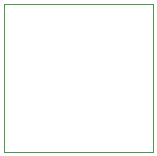
<source format=gbr>
G04 (created by PCBNEW (2013-may-18)-stable) date Wed 11 Feb 2015 08:06:24 PM EST*
%MOIN*%
G04 Gerber Fmt 3.4, Leading zero omitted, Abs format*
%FSLAX34Y34*%
G01*
G70*
G90*
G04 APERTURE LIST*
%ADD10C,0.00590551*%
%ADD11C,0.00393701*%
G04 APERTURE END LIST*
G54D10*
G54D11*
X73259Y-64763D02*
X73259Y-59850D01*
X78208Y-64763D02*
X73259Y-64763D01*
X78208Y-59850D02*
X78208Y-64763D01*
X73259Y-59850D02*
X78208Y-59850D01*
M02*

</source>
